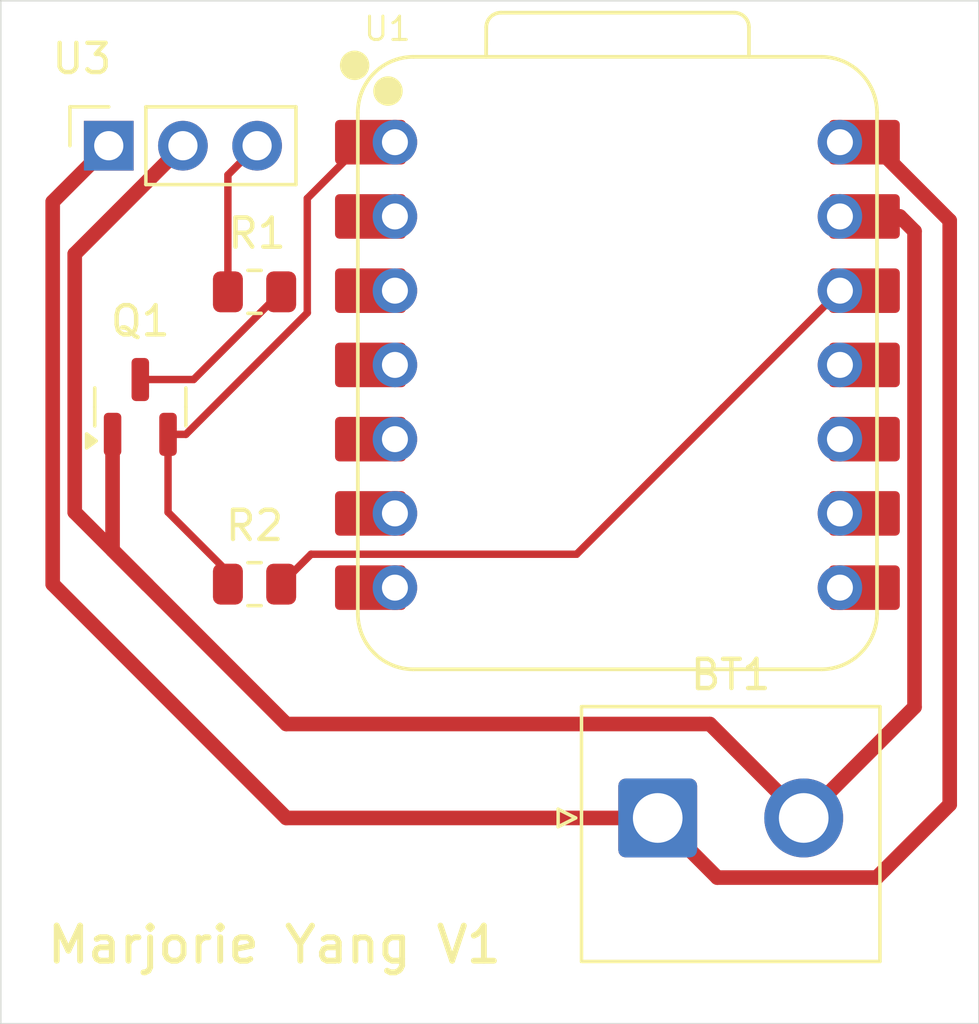
<source format=kicad_pcb>
(kicad_pcb (version 20240108) (generator "pcbnew") (generator_version "8.0")
  (title_block (title "514 Sensing Device PCB") (date "2025-02-05") (rev "V1") (company "Marjorie Yang"))
  (layers (0 "F.Cu" signal) (31 "B.Cu" signal) (34 "B.Paste" user) (35 "F.Paste" user) (36 "B.SilkS" user "B.Silkscreen") (37 "F.SilkS" user "F.Silkscreen") (38 "B.Mask" user) (39 "F.Mask" user) (44 "Edge.Cuts" user))
  (net 0 "")
  (net 1 "GND")
  (net 2 "Net-(Q1-E)")
  (net 3 "Net-(Q1-C)")
  (net 4 "Net-(U3-SIGNAL)")
  (net 13 "Net-(U1-VCC_3V3)")
  (net 26 "/BAT")
  (footprint "Resistor_SMD:R_0805_2012Metric" (layer "F.Cu") (at 96.1925 69.96)
    (property "Reference" "R2" (at 0 -2 0) (layer "F.SilkS"))
    (property "Value" "4.7K")
    (fp_line (start -0.227064 -0.735) (end 0.227064 -0.735) (stroke (width 0.12)) (layer "F.SilkS"))
    (fp_line (start -0.227064 0.735) (end 0.227064 0.735) (stroke (width 0.12)) (layer "F.SilkS"))
    (pad "1" smd roundrect (at -0.9125 0) (size 1.025 1.4) (layers "F.Cu" "F.Paste" "F.Mask") (roundrect_rratio 0.243902) (net 2 "Net-(Q1-E)"))
    (pad "2" smd roundrect (at 0.9125 0) (size 1.025 1.4) (layers "F.Cu" "F.Paste" "F.Mask") (roundrect_rratio 0.243902) (net 13 "Net-(U1-VCC_3V3)"))
  )
  (footprint "Resistor_SMD:R_0805_2012Metric" (layer "F.Cu") (at 96.1925 59.96)
    (property "Reference" "R1" (at 0.0875 -2 0) (layer "F.SilkS"))
    (property "Value" "10K")
    (fp_line (start -0.227064 -0.735) (end 0.227064 -0.735) (stroke (width 0.12)) (layer "F.SilkS"))
    (fp_line (start -0.227064 0.735) (end 0.227064 0.735) (stroke (width 0.12)) (layer "F.SilkS"))
    (pad "1" smd roundrect (at -0.9125 0) (size 1.025 1.4) (layers "F.Cu" "F.Paste" "F.Mask") (roundrect_rratio 0.243902) (net 4 "Net-(U3-SIGNAL)"))
    (pad "2" smd roundrect (at 0.9125 0) (size 1.025 1.4) (layers "F.Cu" "F.Paste" "F.Mask") (roundrect_rratio 0.243902) (net 3 "Net-(Q1-C)"))
  )
  (footprint "Seeed Studio XIAO Series Library:XIAO-ESP32C3-DIP" (layer "F.Cu") (at 108.74 62.46)
    (property "Reference" "U1" (at -8 -11.5 0) (layer "F.SilkS") (effects (font (size 0.8 0.8) (thickness 0.1016))))
    (property "Value" "XIAO-ESP32-C3-DIP")
    (fp_line (start -9.01 8.509) (end -9.01 -8.636) (stroke (width 0.127)) (layer "F.SilkS"))
    (fp_line (start -7.105 10.414) (end 6.865 10.414) (stroke (width 0.127)) (layer "F.SilkS"))
    (fp_line (start -4.615 -10.541) (end -4.611272 -11.551272) (stroke (width 0.127)) (layer "F.SilkS"))
    (fp_line (start -4.111272 -12.051) (end 3.884 -12.051) (stroke (width 0.127)) (layer "F.SilkS"))
    (fp_line (start 4.384 -11.551) (end 4.384 -10.541) (stroke (width 0.127)) (layer "F.SilkS"))
    (fp_line (start 6.865 -10.541) (end -7.105 -10.541) (stroke (width 0.1)) (layer "F.SilkS"))
    (fp_line (start 6.865 -10.541) (end -7.105 -10.541) (stroke (width 0.127)) (layer "F.SilkS"))
    (fp_line (start 8.77 8.509) (end 8.77 -8.636) (stroke (width 0.127)) (layer "F.SilkS"))
    (fp_arc (start -9.01 -8.636) (mid -8.452038 -9.983038) (end -7.105 -10.541) (stroke (width 0.127)) (layer "F.SilkS"))
    (fp_arc (start -7.105 10.414) (mid -8.452038 9.856038) (end -9.01 8.509) (stroke (width 0.127)) (layer "F.SilkS"))
    (fp_arc (start -4.611272 -11.551272) (mid -4.464724 -11.904644) (end -4.111272 -12.051) (stroke (width 0.127)) (layer "F.SilkS"))
    (fp_arc (start 3.884 -12.051) (mid 4.237553 -11.904553) (end 4.384 -11.551) (stroke (width 0.127)) (layer "F.SilkS"))
    (fp_arc (start 6.865 -10.541) (mid 8.212038 -9.983038) (end 8.77 -8.636) (stroke (width 0.127)) (layer "F.SilkS"))
    (fp_arc (start 8.77 8.509) (mid 8.212038 9.856038) (end 6.865 10.414) (stroke (width 0.127)) (layer "F.SilkS"))
    (fp_circle (center -9.12 -10.25) (end -9.12 -10.504) (stroke (width 0.5)) (fill solid) (layer "F.SilkS"))
    (fp_circle (center -7.977 -9.37) (end -7.977 -9.624) (stroke (width 0.5)) (fill solid) (layer "F.SilkS"))
    (pad "1" smd roundrect (at -8.575 -7.62 180) (size 2.432 1.524) (layers "F.Cu" "F.Mask") (roundrect_rratio 0.1) (net 2 "Net-(Q1-E)"))
    (pad "1" thru_hole circle (at -7.74 -7.62 180) (size 1.524 1.524) (drill 0.889) (layers "*.Cu" "*.Mask") (net 2 "Net-(Q1-E)"))
    (pad "2" smd roundrect (at -8.575 -5.08 180) (size 2.432 1.524) (layers "F.Cu" "F.Mask") (roundrect_rratio 0.1))
    (pad "2" thru_hole circle (at -7.74 -5.08 180) (size 1.524 1.524) (drill 0.889) (layers "*.Cu" "*.Mask"))
    (pad "3" smd roundrect (at -8.575 -2.54 180) (size 2.432 1.524) (layers "F.Cu" "F.Mask") (roundrect_rratio 0.1))
    (pad "3" thru_hole circle (at -7.74 -2.54 180) (size 1.524 1.524) (drill 0.889) (layers "*.Cu" "*.Mask"))
    (pad "4" smd roundrect (at -8.575 0 180) (size 2.432 1.524) (layers "F.Cu" "F.Mask") (roundrect_rratio 0.1))
    (pad "4" thru_hole circle (at -7.74 0 180) (size 1.524 1.524) (drill 0.889) (layers "*.Cu" "*.Mask"))
    (pad "5" smd roundrect (at -8.575 2.54 180) (size 2.432 1.524) (layers "F.Cu" "F.Mask") (roundrect_rratio 0.1))
    (pad "5" thru_hole circle (at -7.74 2.54 180) (size 1.524 1.524) (drill 0.889) (layers "*.Cu" "*.Mask"))
    (pad "6" smd roundrect (at -8.575 5.08 180) (size 2.432 1.524) (layers "F.Cu" "F.Mask") (roundrect_rratio 0.1))
    (pad "6" thru_hole circle (at -7.74 5.08 180) (size 1.524 1.524) (drill 0.889) (layers "*.Cu" "*.Mask"))
    (pad "7" smd roundrect (at -8.575 7.62 180) (size 2.432 1.524) (layers "F.Cu" "F.Mask") (roundrect_rratio 0.1))
    (pad "7" thru_hole circle (at -7.74 7.62 180) (size 1.524 1.524) (drill 0.889) (layers "*.Cu" "*.Mask"))
    (pad "8" thru_hole circle (at 7.5 7.62) (size 1.524 1.524) (drill 0.889) (layers "*.Cu" "*.Mask"))
    (pad "8" smd roundrect (at 8.335 7.62) (size 2.432 1.524) (layers "F.Cu" "F.Mask") (roundrect_rratio 0.1))
    (pad "9" thru_hole circle (at 7.5 5.08) (size 1.524 1.524) (drill 0.889) (layers "*.Cu" "*.Mask"))
    (pad "9" smd roundrect (at 8.335 5.08) (size 2.432 1.524) (layers "F.Cu" "F.Mask") (roundrect_rratio 0.1))
    (pad "10" thru_hole circle (at 7.5 2.54) (size 1.524 1.524) (drill 0.889) (layers "*.Cu" "*.Mask"))
    (pad "10" smd roundrect (at 8.335 2.54) (size 2.432 1.524) (layers "F.Cu" "F.Mask") (roundrect_rratio 0.1))
    (pad "11" thru_hole circle (at 7.5 0) (size 1.524 1.524) (drill 0.889) (layers "*.Cu" "*.Mask"))
    (pad "11" smd roundrect (at 8.335 0) (size 2.432 1.524) (layers "F.Cu" "F.Mask") (roundrect_rratio 0.1))
    (pad "12" thru_hole circle (at 7.5 -2.54) (size 1.524 1.524) (drill 0.889) (layers "*.Cu" "*.Mask") (net 13 "Net-(U1-VCC_3V3)"))
    (pad "12" smd roundrect (at 8.335 -2.54) (size 2.432 1.524) (layers "F.Cu" "F.Mask") (roundrect_rratio 0.1) (net 13 "Net-(U1-VCC_3V3)"))
    (pad "13" thru_hole circle (at 7.5 -5.08) (size 1.524 1.524) (drill 0.889) (layers "*.Cu" "*.Mask") (net 1 "GND"))
    (pad "13" smd roundrect (at 8.335 -5.08) (size 2.432 1.524) (layers "F.Cu" "F.Mask") (roundrect_rratio 0.1) (net 1 "GND"))
    (pad "14" thru_hole circle (at 7.5 -7.62) (size 1.524 1.524) (drill 0.889) (layers "*.Cu" "*.Mask") (net 26 "/BAT"))
    (pad "14" smd roundrect (at 8.335 -7.62) (size 2.432 1.524) (layers "F.Cu" "F.Mask") (roundrect_rratio 0.1) (net 26 "/BAT"))
  )
  (footprint "Package_TO_SOT_SMD:SOT-23" (layer "F.Cu") (at 92.28 63.8975 90)
    (property "Reference" "Q1" (at 2.9375 0 180) (layer "F.SilkS"))
    (property "Value" "BC847")
    (fp_line (start 0 -1.56) (end 0.65 -1.56) (stroke (width 0.12)) (layer "F.SilkS"))
    (fp_line (start 0 -1.56) (end -0.65 -1.56) (stroke (width 0.12)) (layer "F.SilkS"))
    (fp_line (start 0 1.56) (end 0.65 1.56) (stroke (width 0.12)) (layer "F.SilkS"))
    (fp_line (start 0 1.56) (end -0.65 1.56) (stroke (width 0.12)) (layer "F.SilkS"))
    (fp_poly (pts (xy -1.1625 -1.51) (xy -1.4025 -1.84) (xy -0.9225 -1.84) (xy -1.1625 -1.51)) (stroke (width 0.12)) (fill solid) (layer "F.SilkS"))
    (pad "1" smd roundrect (at -0.9375 -0.95 90) (size 1.475 0.6) (layers "F.Cu" "F.Paste" "F.Mask") (net 1 "GND"))
    (pad "2" smd roundrect (at -0.9375 0.95 90) (size 1.475 0.6) (layers "F.Cu" "F.Paste" "F.Mask") (net 2 "Net-(Q1-E)"))
    (pad "3" smd roundrect (at 0.9375 0 90) (size 1.475 0.6) (layers "F.Cu" "F.Paste" "F.Mask") (net 3 "Net-(Q1-C)"))
  )
  (footprint "Connector_JST:JST_NV_B02P-NV_1x02_P5.00mm_Vertical" (layer "F.Cu") (at 110 77.96)
    (property "Reference" "BT1" (at 2.5 -4.9 0) (layer "F.SilkS"))
    (property "Value" "Battery_Cell")
    (fp_line (start -3.41 -0.3) (end -2.81 0) (stroke (width 0.12)) (layer "F.SilkS"))
    (fp_line (start -3.41 0.3) (end -3.41 -0.3) (stroke (width 0.12)) (layer "F.SilkS"))
    (fp_line (start -2.81 0) (end -3.41 0.3) (stroke (width 0.12)) (layer "F.SilkS"))
    (fp_line (start -2.61 -3.81) (end -2.61 4.91) (stroke (width 0.12)) (layer "F.SilkS"))
    (fp_line (start -2.61 4.91) (end 7.61 4.91) (stroke (width 0.12)) (layer "F.SilkS"))
    (fp_line (start 7.61 -3.81) (end -2.61 -3.81) (stroke (width 0.12)) (layer "F.SilkS"))
    (fp_line (start 7.61 4.91) (end 7.61 -3.81) (stroke (width 0.12)) (layer "F.SilkS"))
    (pad "1" thru_hole roundrect (at 0 0) (size 2.7 2.7) (drill 1.7) (layers "*.Cu" "*.Mask") (roundrect_rratio 0.092593) (net 26 "/BAT"))
    (pad "2" thru_hole circle (at 5 0) (size 2.7 2.7) (drill 1.7) (layers "*.Cu" "*.Mask") (net 1 "GND"))
  )
  (footprint "Connector_PinSocket_2.54mm:PinSocket_1x03_P2.54mm_Vertical" (layer "F.Cu") (at 91.2 54.96 90)
    (property "Reference" "U3" (at 2.975 -0.92 180) (layer "F.SilkS"))
    (property "Value" "YF-S201")
    (fp_line (start 1.33 -1.33) (end 1.33 0) (stroke (width 0.12)) (layer "F.SilkS"))
    (fp_line (start 0 -1.33) (end 1.33 -1.33) (stroke (width 0.12)) (layer "F.SilkS"))
    (fp_line (start 1.33 1.27) (end 1.33 6.41) (stroke (width 0.12)) (layer "F.SilkS"))
    (fp_line (start -1.33 1.27) (end 1.33 1.27) (stroke (width 0.12)) (layer "F.SilkS"))
    (fp_line (start -1.33 1.27) (end -1.33 6.41) (stroke (width 0.12)) (layer "F.SilkS"))
    (fp_line (start -1.33 6.41) (end 1.33 6.41) (stroke (width 0.12)) (layer "F.SilkS"))
    (pad "1" thru_hole rect (at 0 0 90) (size 1.7 1.7) (drill 1) (layers "*.Cu" "*.Mask") (net 26 "/BAT"))
    (pad "2" thru_hole oval (at 0 2.54 90) (size 1.7 1.7) (drill 1) (layers "*.Cu" "*.Mask") (net 1 "GND"))
    (pad "3" thru_hole oval (at 0 5.08 90) (size 1.7 1.7) (drill 1) (layers "*.Cu" "*.Mask") (net 4 "Net-(U3-SIGNAL)"))
  )
  (gr_line (start 121 85) (end 87.5 85) (stroke (width 0.05)) (layer "Edge.Cuts"))
  (gr_line (start 121 50) (end 121 85) (stroke (width 0.05)) (layer "Edge.Cuts"))
  (gr_line (start 87.5 85) (end 87.5 50) (stroke (width 0.05)) (layer "Edge.Cuts"))
  (gr_line (start 87.5 50) (end 121 50) (stroke (width 0.05)) (layer "Edge.Cuts"))
  (gr_text "Marjorie Yang V1" (at 89 83 0) (layer "F.SilkS") (effects (font (size 1.2 1.2) (thickness 0.2) (bold yes)) (justify left bottom)))
  (segment (start 115 77.96) (end 118.795 74.165) (width 0.5) (layer "F.Cu") (net 1))
  (segment (start 97.28 74.746) (end 111.786 74.746) (width 0.5) (layer "F.Cu") (net 1))
  (segment (start 111.786 74.746) (end 115 77.96) (width 0.5) (layer "F.Cu") (net 1))
  (segment (start 90.034 67.5) (end 92.517 69.983) (width 0.5) (layer "F.Cu") (net 1))
  (segment (start 118.795 74.165) (end 118.795 57.884) (width 0.5) (layer "F.Cu") (net 1))
  (segment (start 118.291 57.38) (end 117.075 57.38) (width 0.5) (layer "F.Cu") (net 1))
  (segment (start 116.24 57.38) (end 117.31763 57.38) (width 0.5) (layer "F.Cu") (net 1))
  (segment (start 91.33 64.835) (end 91.33 68.796) (width 0.5) (layer "F.Cu") (net 1))
  (segment (start 118.795 57.884) (end 118.291 57.38) (width 0.5) (layer "F.Cu") (net 1))
  (segment (start 91.33 68.796) (end 92.517 69.983) (width 0.5) (layer "F.Cu") (net 1))
  (segment (start 93.74 54.96) (end 90.034 58.666) (width 0.5) (layer "F.Cu") (net 1))
  (segment (start 92.517 69.983) (end 97.28 74.746) (width 0.5) (layer "F.Cu") (net 1))
  (segment (start 90.034 58.666) (end 90.034 67.5) (width 0.5) (layer "F.Cu") (net 1))
  (segment (start 93.841796 64.835) (end 93.23 64.835) (width 0.254) (layer "F.Cu") (net 2))
  (segment (start 95.28 69.96) (end 95.28 69.55) (width 0.254) (layer "F.Cu") (net 2))
  (segment (start 99.92237 54.84) (end 97.9985 56.76387) (width 0.254) (layer "F.Cu") (net 2))
  (segment (start 97.9985 60.678296) (end 93.841796 64.835) (width 0.254) (layer "F.Cu") (net 2))
  (segment (start 101 54.84) (end 99.92237 54.84) (width 0.254) (layer "F.Cu") (net 2))
  (segment (start 93.23 67.5) (end 93.23 64.835) (width 0.254) (layer "F.Cu") (net 2))
  (segment (start 95.28 69.55) (end 93.23 67.5) (width 0.254) (layer "F.Cu") (net 2))
  (segment (start 97.9985 56.76387) (end 97.9985 60.678296) (width 0.254) (layer "F.Cu") (net 2))
  (segment (start 94.105 62.96) (end 97.105 59.96) (width 0.254) (layer "F.Cu") (net 3))
  (segment (start 92.28 62.96) (end 94.105 62.96) (width 0.254) (layer "F.Cu") (net 3))
  (segment (start 96.28 54.96) (end 95.28 55.96) (width 0.254) (layer "F.Cu") (net 4))
  (segment (start 95.28 55.96) (end 95.28 59.96) (width 0.254) (layer "F.Cu") (net 4))
  (segment (start 107.223 68.937) (end 112.24 63.92) (width 0.254) (layer "F.Cu") (net 13))
  (segment (start 98.128 68.937) (end 107.223 68.937) (width 0.254) (layer "F.Cu") (net 13))
  (segment (start 112.24 63.92) (end 116.24 59.92) (width 0.254) (layer "F.Cu") (net 13))
  (segment (start 110.28 65.88) (end 112.24 63.92) (width 0.254) (layer "F.Cu") (net 13))
  (segment (start 97.105 69.96) (end 98.128 68.937) (width 0.254) (layer "F.Cu") (net 13))
  (segment (start 117.5 80) (end 112.04 80) (width 0.5) (layer "F.Cu") (net 26))
  (segment (start 97.28 77.96) (end 110 77.96) (width 0.5) (layer "F.Cu") (net 26))
  (segment (start 89.28 69.96) (end 97.28 77.96) (width 0.5) (layer "F.Cu") (net 26))
  (segment (start 89.28 56.88) (end 91.2 54.96) (width 0.5) (layer "F.Cu") (net 26))
  (segment (start 116.24 54.84) (end 117.31763 54.84) (width 0.5) (layer "F.Cu") (net 26))
  (segment (start 117.31763 54.84) (end 120 57.52237) (width 0.5) (layer "F.Cu") (net 26))
  (segment (start 120 57.52237) (end 120 77.5) (width 0.5) (layer "F.Cu") (net 26))
  (segment (start 90.649 55.511) (end 91.2 54.96) (width 0.254) (layer "F.Cu") (net 26))
  (segment (start 120 77.5) (end 117.5 80) (width 0.5) (layer "F.Cu") (net 26))
  (segment (start 112.04 80) (end 110 77.96) (width 0.5) (layer "F.Cu") (net 26))
  (segment (start 89.28 69.96) (end 89.28 56.88) (width 0.5) (layer "F.Cu") (net 26))
)
</source>
